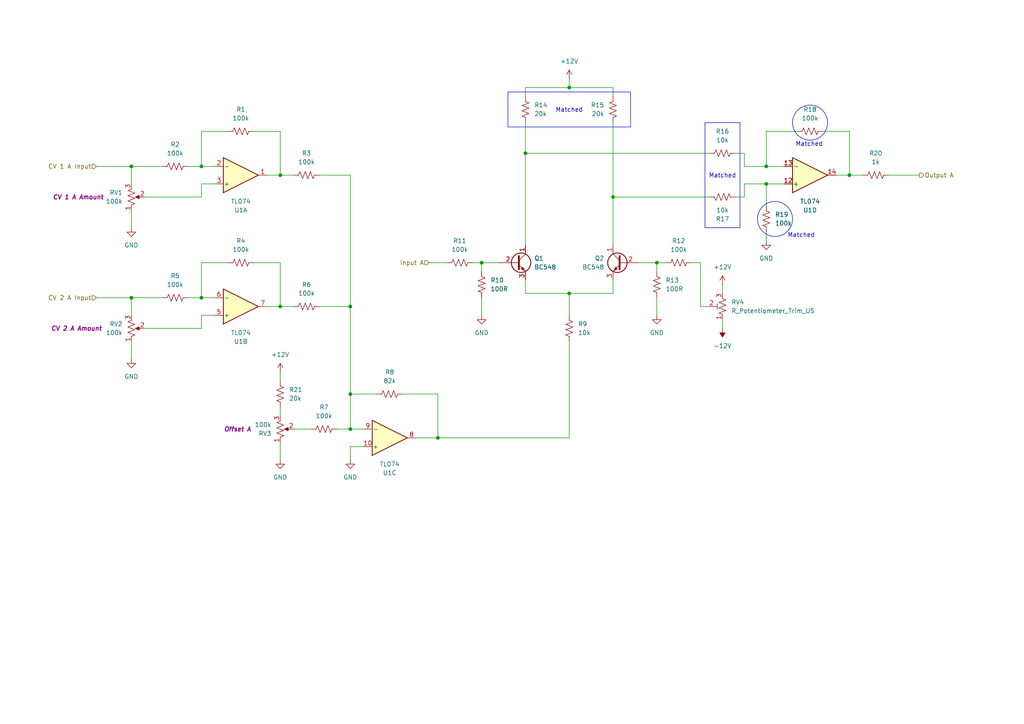
<source format=kicad_sch>
(kicad_sch (version 20231120) (generator "eeschema") (generator_version "8.0")
  (paper "A4")
  (title_block (company "DMH Instruments") (comment 1 "PCB for 5 cm Kosmo format synthesizer module"))
  (lib_symbols
    (symbol "Amplifier_Operational:TL074" (pin_names (offset 0.127))
      (property "Reference" "U" (at 0 5.08 0))
      (property "Value" "TL074" (at 0 -5.08 0))
      (symbol "TL074_1_1"
        (polyline (pts (xy -5.08 5.08) (xy 5.08 0) (xy -5.08 -5.08) (xy -5.08 5.08)) (stroke (width 0.254)) (fill (type background)))
        (pin output line (at 7.62 0 180) (length 2.54) (name "~") (number "1"))
        (pin input line (at -7.62 -2.54 0) (length 2.54) (name "-") (number "2"))
        (pin input line (at -7.62 2.54 0) (length 2.54) (name "+") (number "3"))
      )
      (symbol "TL074_2_1"
        (polyline (pts (xy -5.08 5.08) (xy 5.08 0) (xy -5.08 -5.08) (xy -5.08 5.08)) (stroke (width 0.254)) (fill (type background)))
        (pin input line (at -7.62 2.54 0) (length 2.54) (name "+") (number "5"))
        (pin input line (at -7.62 -2.54 0) (length 2.54) (name "-") (number "6"))
        (pin output line (at 7.62 0 180) (length 2.54) (name "~") (number "7"))
      )
      (symbol "TL074_3_1"
        (polyline (pts (xy -5.08 5.08) (xy 5.08 0) (xy -5.08 -5.08) (xy -5.08 5.08)) (stroke (width 0.254)) (fill (type background)))
        (pin input line (at -7.62 2.54 0) (length 2.54) (name "+") (number "10"))
        (pin output line (at 7.62 0 180) (length 2.54) (name "~") (number "8"))
        (pin input line (at -7.62 -2.54 0) (length 2.54) (name "-") (number "9"))
      )
      (symbol "TL074_4_1"
        (polyline (pts (xy -5.08 5.08) (xy 5.08 0) (xy -5.08 -5.08) (xy -5.08 5.08)) (stroke (width 0.254)) (fill (type background)))
        (pin input line (at -7.62 2.54 0) (length 2.54) (name "+") (number "12"))
        (pin input line (at -7.62 -2.54 0) (length 2.54) (name "-") (number "13"))
        (pin output line (at 7.62 0 180) (length 2.54) (name "~") (number "14"))
      )
      (symbol "TL074_5_1"
        (pin power_in line (at -2.54 -7.62 90) (length 3.81) (name "V-") (number "11"))
        (pin power_in line (at -2.54 7.62 270) (length 3.81) (name "V+") (number "4"))
      )
    )
    (symbol "Device:R_Potentiometer_Trim_US" (pin_names (offset 1.016) hide)
      (property "Reference" "RV" (at -4.445 0 90))
      (property "Value" "R_Potentiometer_Trim_US" (at -2.54 0 90))
      (symbol "R_Potentiometer_Trim_US_0_1"
        (polyline (pts (xy 0 -2.286) (xy 0 -2.54)))
        (polyline (pts (xy 0 2.286) (xy 0 2.54)))
        (polyline (pts (xy 1.524 0.762) (xy 1.524 -0.762)))
        (polyline (pts (xy 2.54 0) (xy 1.524 0)))
        (polyline (pts (xy 0 -0.762) (xy 1.016 -1.143) (xy 0 -1.524) (xy -1.016 -1.905) (xy 0 -2.286)))
        (polyline (pts (xy 0 0.762) (xy 1.016 0.381) (xy 0 0) (xy -1.016 -0.381) (xy 0 -0.762)))
        (polyline (pts (xy 0 2.286) (xy 1.016 1.905) (xy 0 1.524) (xy -1.016 1.143) (xy 0 0.762)))
      )
      (symbol "R_Potentiometer_Trim_US_1_1"
        (pin passive line (at 0 3.81 270) (length 1.27) (name "1") (number "1"))
        (pin passive line (at 3.81 0 180) (length 1.27) (name "2") (number "2"))
        (pin passive line (at 0 -3.81 90) (length 1.27) (name "3") (number "3"))
      )
    )
    (symbol "Device:R_Potentiometer_US" (pin_names (offset 1.016) hide)
      (property "Reference" "RV" (at -4.445 0 90))
      (property "Value" "R_Potentiometer_US" (at -2.54 0 90))
      (symbol "R_Potentiometer_US_0_1"
        (polyline (pts (xy 0 -2.286) (xy 0 -2.54)))
        (polyline (pts (xy 0 2.54) (xy 0 2.286)))
        (polyline (pts (xy 2.54 0) (xy 1.524 0)))
        (polyline (pts (xy 1.143 0) (xy 2.286 0.508) (xy 2.286 -0.508) (xy 1.143 0)) (fill (type outline)))
        (polyline (pts (xy 0 -0.762) (xy 1.016 -1.143) (xy 0 -1.524) (xy -1.016 -1.905) (xy 0 -2.286)))
        (polyline (pts (xy 0 0.762) (xy 1.016 0.381) (xy 0 0) (xy -1.016 -0.381) (xy 0 -0.762)))
        (polyline (pts (xy 0 2.286) (xy 1.016 1.905) (xy 0 1.524) (xy -1.016 1.143) (xy 0 0.762)))
      )
      (symbol "R_Potentiometer_US_1_1"
        (pin passive line (at 0 3.81 270) (length 1.27) (name "1") (number "1"))
        (pin passive line (at 3.81 0 180) (length 1.27) (name "2") (number "2"))
        (pin passive line (at 0 -3.81 90) (length 1.27) (name "3") (number "3"))
      )
    )
    (symbol "Device:R_US" (pin_numbers hide) (pin_names (offset 0))
      (property "Reference" "R" (at 2.54 0 90))
      (property "Value" "R_US" (at -2.54 0 90))
      (symbol "R_US_0_1"
        (polyline (pts (xy 0 -2.286) (xy 0 -2.54)))
        (polyline (pts (xy 0 2.286) (xy 0 2.54)))
        (polyline (pts (xy 0 -0.762) (xy 1.016 -1.143) (xy 0 -1.524) (xy -1.016 -1.905) (xy 0 -2.286)))
        (polyline (pts (xy 0 0.762) (xy 1.016 0.381) (xy 0 0) (xy -1.016 -0.381) (xy 0 -0.762)))
        (polyline (pts (xy 0 2.286) (xy 1.016 1.905) (xy 0 1.524) (xy -1.016 1.143) (xy 0 0.762)))
      )
      (symbol "R_US_1_1"
        (pin passive line (at 0 3.81 270) (length 1.27) (name "~") (number "1"))
        (pin passive line (at 0 -3.81 90) (length 1.27) (name "~") (number "2"))
      )
    )
    (symbol "Transistor_BJT:BC548" (pin_names (offset 0) hide)
      (property "Reference" "Q" (at 5.08 1.905 0))
      (property "Value" "BC548" (at 5.08 0 0))
      (symbol "BC548_0_1"
        (polyline (pts (xy 0 0) (xy 0.635 0)))
        (polyline (pts (xy 0.635 0.635) (xy 2.54 2.54)))
        (polyline (pts (xy 0.635 -0.635) (xy 2.54 -2.54) (xy 2.54 -2.54)))
        (polyline (pts (xy 0.635 1.905) (xy 0.635 -1.905) (xy 0.635 -1.905)) (stroke (width 0.508)))
        (polyline (pts (xy 1.27 -1.778) (xy 1.778 -1.27) (xy 2.286 -2.286) (xy 1.27 -1.778) (xy 1.27 -1.778)) (fill (type outline)))
        (circle (center 1.27 0) (radius 2.8194) (stroke (width 0.254)))
      )
      (symbol "BC548_1_1"
        (pin passive line (at 2.54 5.08 270) (length 2.54) (name "C") (number "1"))
        (pin input line (at -5.08 0 0) (length 5.08) (name "B") (number "2"))
        (pin passive line (at 2.54 -5.08 90) (length 2.54) (name "E") (number "3"))
      )
    )
    (symbol "power:+12V" (power) (pin_numbers hide) (pin_names (offset 0) hide)
      (property "Value" "+12V" (at 0 3.556 0))
      (symbol "+12V_0_1"
        (polyline (pts (xy -0.762 1.27) (xy 0 2.54)))
        (polyline (pts (xy 0 0) (xy 0 2.54)))
        (polyline (pts (xy 0 2.54) (xy 0.762 1.27)))
      )
      (symbol "+12V_1_1"
        (pin power_in line (at 0 0 90) (length 0) (name "~") (number "1"))
      )
    )
    (symbol "power:-12V" (power) (pin_numbers hide) (pin_names (offset 0) hide)
      (property "Value" "-12V" (at 0 3.556 0))
      (symbol "-12V_0_0"
        (pin power_in line (at 0 0 90) (length 0) (name "~") (number "1"))
      )
      (symbol "-12V_0_1"
        (polyline (pts (xy 0 0) (xy 0 1.27) (xy 0.762 1.27) (xy 0 2.54) (xy -0.762 1.27) (xy 0 1.27)) (fill (type outline)))
      )
    )
    (symbol "power:GND" (power) (pin_numbers hide) (pin_names (offset 0) hide)
      (property "Value" "GND" (at 0 -3.81 0))
      (symbol "GND_0_1"
        (polyline (pts (xy 0 0) (xy 0 -1.27) (xy 1.27 -1.27) (xy 0 -2.54) (xy -1.27 -1.27) (xy 0 -1.27)))
      )
      (symbol "GND_1_1"
        (pin power_in line (at 0 0 270) (length 0) (name "~") (number "1"))
      )
    )
  )
  (junction (at 222.25 53.34))
  (junction (at 101.6 124.46))
  (junction (at 246.38 50.8))
  (junction (at 127 127))
  (junction (at 165.1 85.09))
  (junction (at 101.6 114.3))
  (junction (at 139.7 76.2))
  (junction (at 222.25 48.26))
  (junction (at 38.1 86.36))
  (junction (at 38.1 48.26))
  (junction (at 58.42 48.26))
  (junction (at 177.8 57.15))
  (junction (at 81.28 88.9))
  (junction (at 165.1 25.4))
  (junction (at 81.28 50.8))
  (junction (at 190.5 76.2))
  (junction (at 101.6 88.9))
  (junction (at 152.4 44.45))
  (junction (at 58.42 86.36))
  (wire (pts (xy 152.4 85.09) (xy 165.1 85.09)))
  (wire (pts (xy 152.4 44.45) (xy 205.74 44.45)))
  (wire (pts (xy 152.4 81.28) (xy 152.4 85.09)))
  (wire (pts (xy 165.1 85.09) (xy 165.1 91.44)))
  (wire (pts (xy 27.94 86.36) (xy 38.1 86.36)))
  (wire (pts (xy 139.7 86.36) (xy 139.7 91.44)))
  (wire (pts (xy 81.28 128.27) (xy 81.28 133.35)))
  (wire (pts (xy 152.4 27.94) (xy 152.4 25.4)))
  (wire (pts (xy 177.8 57.15) (xy 205.74 57.15)))
  (wire (pts (xy 165.1 25.4) (xy 165.1 22.86)))
  (wire (pts (xy 238.76 38.1) (xy 246.38 38.1)))
  (wire (pts (xy 177.8 57.15) (xy 177.8 71.12)))
  (wire (pts (xy 38.1 86.36) (xy 46.99 86.36)))
  (wire (pts (xy 215.9 44.45) (xy 215.9 48.26)))
  (wire (pts (xy 97.79 124.46) (xy 101.6 124.46)))
  (wire (pts (xy 209.55 82.55) (xy 209.55 85.09)))
  (wire (pts (xy 124.46 76.2) (xy 129.54 76.2)))
  (wire (pts (xy 139.7 76.2) (xy 144.78 76.2)))
  (wire (pts (xy 152.4 44.45) (xy 152.4 71.12)))
  (wire (pts (xy 105.41 129.54) (xy 101.6 129.54)))
  (wire (pts (xy 58.42 53.34) (xy 62.23 53.34)))
  (wire (pts (xy 101.6 114.3) (xy 101.6 124.46)))
  (wire (pts (xy 58.42 48.26) (xy 62.23 48.26)))
  (wire (pts (xy 215.9 57.15) (xy 215.9 53.34)))
  (wire (pts (xy 81.28 38.1) (xy 81.28 50.8)))
  (wire (pts (xy 58.42 91.44) (xy 62.23 91.44)))
  (wire (pts (xy 73.66 38.1) (xy 81.28 38.1)))
  (wire (pts (xy 222.25 67.31) (xy 222.25 69.85)))
  (wire (pts (xy 58.42 76.2) (xy 58.42 86.36)))
  (wire (pts (xy 81.28 76.2) (xy 81.28 88.9)))
  (wire (pts (xy 58.42 38.1) (xy 58.42 48.26)))
  (wire (pts (xy 27.94 48.26) (xy 38.1 48.26)))
  (wire (pts (xy 257.81 50.8) (xy 266.7 50.8)))
  (wire (pts (xy 81.28 118.11) (xy 81.28 120.65)))
  (wire (pts (xy 58.42 86.36) (xy 62.23 86.36)))
  (wire (pts (xy 41.91 57.15) (xy 58.42 57.15)))
  (wire (pts (xy 190.5 86.36) (xy 190.5 91.44)))
  (wire (pts (xy 58.42 95.25) (xy 58.42 91.44)))
  (wire (pts (xy 246.38 50.8) (xy 250.19 50.8)))
  (wire (pts (xy 215.9 53.34) (xy 222.25 53.34)))
  (wire (pts (xy 177.8 85.09) (xy 165.1 85.09)))
  (wire (pts (xy 58.42 57.15) (xy 58.42 53.34)))
  (wire (pts (xy 222.25 53.34) (xy 227.33 53.34)))
  (wire (pts (xy 215.9 48.26) (xy 222.25 48.26)))
  (wire (pts (xy 127 114.3) (xy 127 127)))
  (wire (pts (xy 92.71 50.8) (xy 101.6 50.8)))
  (wire (pts (xy 203.2 76.2) (xy 203.2 88.9)))
  (wire (pts (xy 38.1 99.06) (xy 38.1 104.14)))
  (wire (pts (xy 139.7 76.2) (xy 139.7 78.74)))
  (wire (pts (xy 246.38 38.1) (xy 246.38 50.8)))
  (wire (pts (xy 81.28 50.8) (xy 77.47 50.8)))
  (wire (pts (xy 101.6 129.54) (xy 101.6 133.35)))
  (wire (pts (xy 137.16 76.2) (xy 139.7 76.2)))
  (wire (pts (xy 109.22 114.3) (xy 101.6 114.3)))
  (wire (pts (xy 38.1 91.44) (xy 38.1 86.36)))
  (wire (pts (xy 38.1 60.96) (xy 38.1 66.04)))
  (wire (pts (xy 101.6 124.46) (xy 105.41 124.46)))
  (wire (pts (xy 41.91 95.25) (xy 58.42 95.25)))
  (wire (pts (xy 242.57 50.8) (xy 246.38 50.8)))
  (wire (pts (xy 200.66 76.2) (xy 203.2 76.2)))
  (wire (pts (xy 116.84 114.3) (xy 127 114.3)))
  (wire (pts (xy 177.8 81.28) (xy 177.8 85.09)))
  (wire (pts (xy 81.28 88.9) (xy 85.09 88.9)))
  (wire (pts (xy 177.8 27.94) (xy 177.8 25.4)))
  (wire (pts (xy 127 127) (xy 165.1 127)))
  (wire (pts (xy 81.28 88.9) (xy 77.47 88.9)))
  (wire (pts (xy 152.4 25.4) (xy 165.1 25.4)))
  (wire (pts (xy 66.04 38.1) (xy 58.42 38.1)))
  (wire (pts (xy 66.04 76.2) (xy 58.42 76.2)))
  (wire (pts (xy 185.42 76.2) (xy 190.5 76.2)))
  (wire (pts (xy 222.25 53.34) (xy 222.25 59.69)))
  (wire (pts (xy 85.09 124.46) (xy 90.17 124.46)))
  (wire (pts (xy 81.28 107.95) (xy 81.28 110.49)))
  (wire (pts (xy 54.61 48.26) (xy 58.42 48.26)))
  (wire (pts (xy 222.25 48.26) (xy 227.33 48.26)))
  (wire (pts (xy 101.6 88.9) (xy 101.6 114.3)))
  (wire (pts (xy 165.1 127) (xy 165.1 99.06)))
  (wire (pts (xy 203.2 88.9) (xy 205.74 88.9)))
  (wire (pts (xy 73.66 76.2) (xy 81.28 76.2)))
  (wire (pts (xy 38.1 53.34) (xy 38.1 48.26)))
  (wire (pts (xy 101.6 50.8) (xy 101.6 88.9)))
  (wire (pts (xy 213.36 57.15) (xy 215.9 57.15)))
  (wire (pts (xy 120.65 127) (xy 127 127)))
  (wire (pts (xy 209.55 92.71) (xy 209.55 95.25)))
  (wire (pts (xy 177.8 35.56) (xy 177.8 57.15)))
  (wire (pts (xy 81.28 50.8) (xy 85.09 50.8)))
  (wire (pts (xy 190.5 76.2) (xy 193.04 76.2)))
  (wire (pts (xy 92.71 88.9) (xy 101.6 88.9)))
  (wire (pts (xy 38.1 48.26) (xy 46.99 48.26)))
  (wire (pts (xy 54.61 86.36) (xy 58.42 86.36)))
  (wire (pts (xy 222.25 38.1) (xy 222.25 48.26)))
  (wire (pts (xy 177.8 25.4) (xy 165.1 25.4)))
  (wire (pts (xy 152.4 35.56) (xy 152.4 44.45)))
  (wire (pts (xy 213.36 44.45) (xy 215.9 44.45)))
  (wire (pts (xy 231.14 38.1) (xy 222.25 38.1)))
  (wire (pts (xy 190.5 76.2) (xy 190.5 78.74)))
  (rectangle (start 147.32 26.67) (end 182.88 36.83))
  (circle (center 234.95 35.56) (radius 5.08))
  (rectangle (start 204.47 35.56) (end 214.63 66.04))
  (circle (center 224.79 63.5) (radius 5.08))
  (text "Matched" (at 209.55 51.054 0) (effects (font (size 1.27 1.27))))
  (text "Matched" (at 234.696 41.91 0) (effects (font (size 1.27 1.27))))
  (text "Matched" (at 165.1 32.004 0) (effects (font (size 1.27 1.27))))
  (text "Matched" (at 232.41 68.326 0) (effects (font (size 1.27 1.27))))
  (hierarchical_label "CV 1 A Input" (shape input) (at 27.94 48.26 180))
  (hierarchical_label "CV 2 A Input" (shape input) (at 27.94 86.36 180))
  (hierarchical_label "Output A" (shape output) (at 266.7 50.8 0))
  (hierarchical_label "Input A" (shape input) (at 124.46 76.2 180))
  (symbol (lib_id "Device:R_US") (at 254 50.8 270) (unit 1)
    (property "Reference" "R20" (at 254 44.45 90))
    (property "Value" "1k" (at 254 46.99 90))
    (property "Footprint" "Resistor_THT:R_Axial_DIN0207_L6.3mm_D2.5mm_P7.62mm_Horizontal" (effects (hide yes)))
    (property "Description" "Resistor, US symbol" (effects (hide yes)))
  )
  (symbol (lib_id "Device:R_US") (at 234.95 38.1 270) (unit 1)
    (property "Reference" "R18" (at 234.95 31.75 90))
    (property "Value" "100k" (at 234.95 34.29 90))
    (property "Footprint" "Resistor_THT:R_Axial_DIN0207_L6.3mm_D2.5mm_P7.62mm_Horizontal" (effects (hide yes)))
    (property "Description" "Resistor, US symbol" (effects (hide yes)))
  )
  (symbol (lib_id "Device:R_US") (at 133.35 76.2 270) (unit 1)
    (property "Reference" "R11" (at 133.35 69.85 90))
    (property "Value" "100k" (at 133.35 72.39 90))
    (property "Footprint" "Resistor_THT:R_Axial_DIN0207_L6.3mm_D2.5mm_P7.62mm_Horizontal" (effects (hide yes)))
    (property "Description" "Resistor, US symbol" (effects (hide yes)))
  )
  (symbol (lib_id "Device:R_US") (at 113.03 114.3 90) (unit 1)
    (property "Reference" "R8" (at 113.03 107.95 90))
    (property "Value" "82k" (at 113.03 110.49 90))
    (property "Footprint" "Resistor_THT:R_Axial_DIN0207_L6.3mm_D2.5mm_P7.62mm_Horizontal" (effects (hide yes)))
    (property "Description" "Resistor, US symbol" (effects (hide yes)))
  )
  (symbol (lib_id "power:+12V") (at 165.1 22.86 0) (unit 1)
    (property "Reference" "#PWR019" (effects (hide yes)))
    (property "Value" "+12V" (at 165.1 17.78 0))
    (property "Description" "Power symbol creates a global label with name \"+12V\"" (effects (hide yes)))
  )
  (symbol (lib_id "power:GND") (at 222.25 69.85 0) (unit 1)
    (property "Reference" "#PWR020" (effects (hide yes)))
    (property "Value" "GND" (at 222.25 74.93 0))
    (property "Description" "Power symbol creates a global label with name \"GND\" , ground" (effects (hide yes)))
  )
  (symbol (lib_id "power:GND") (at 190.5 91.44 0) (unit 1)
    (property "Reference" "#PWR010" (effects (hide yes)))
    (property "Value" "GND" (at 190.5 96.52 0))
    (property "Description" "Power symbol creates a global label with name \"GND\" , ground" (effects (hide yes)))
  )
  (symbol (lib_id "Device:R_US") (at 139.7 82.55 180) (unit 1)
    (property "Reference" "R10" (at 142.24 81.2799 0) (effects (justify right)))
    (property "Value" "100R" (at 142.24 83.8199 0) (effects (justify right)))
    (property "Footprint" "Resistor_THT:R_Axial_DIN0207_L6.3mm_D2.5mm_P7.62mm_Horizontal" (effects (hide yes)))
    (property "Description" "Resistor, US symbol" (effects (hide yes)))
  )
  (symbol (lib_id "Device:R_Potentiometer_US") (at 38.1 57.15 0) (mirror x) (unit 1)
    (property "Reference" "RV1" (at 35.56 55.8799 0) (effects (justify right)))
    (property "Value" "100k" (at 35.56 58.4199 0) (effects (justify right)))
    (property "Footprint" "SynthStuff:Potentiometer_TT_P110KH1" (effects (hide yes)))
    (property "Description" "Potentiometer, US symbol" (effects (hide yes)))
    (property "Function" "CV 1 A Amount" (at 22.606 57.15 0) (effects (font (thickness 0.254) (bold yes) (italic yes))))
  )
  (symbol (lib_id "Device:R_US") (at 209.55 57.15 270) (mirror x) (unit 1)
    (property "Reference" "R17" (at 209.55 63.5 90))
    (property "Value" "10k" (at 209.55 60.96 90))
    (property "Footprint" "Resistor_THT:R_Axial_DIN0207_L6.3mm_D2.5mm_P7.62mm_Horizontal" (effects (hide yes)))
    (property "Description" "Resistor, US symbol" (effects (hide yes)))
  )
  (symbol (lib_id "Device:R_US") (at 88.9 88.9 90) (unit 1)
    (property "Reference" "R6" (at 88.9 82.55 90))
    (property "Value" "100k" (at 88.9 85.09 90))
    (property "Footprint" "Resistor_THT:R_Axial_DIN0207_L6.3mm_D2.5mm_P7.62mm_Horizontal" (effects (hide yes)))
    (property "Description" "Resistor, US symbol" (effects (hide yes)))
  )
  (symbol (lib_id "Device:R_US") (at 88.9 50.8 90) (unit 1)
    (property "Reference" "R3" (at 88.9 44.45 90))
    (property "Value" "100k" (at 88.9 46.99 90))
    (property "Footprint" "Resistor_THT:R_Axial_DIN0207_L6.3mm_D2.5mm_P7.62mm_Horizontal" (effects (hide yes)))
    (property "Description" "Resistor, US symbol" (effects (hide yes)))
  )
  (symbol (lib_id "power:+12V") (at 209.55 82.55 0) (unit 1)
    (property "Reference" "#PWR011" (effects (hide yes)))
    (property "Value" "+12V" (at 209.55 77.47 0))
    (property "Description" "Power symbol creates a global label with name \"+12V\"" (effects (hide yes)))
  )
  (symbol (lib_id "Transistor_BJT:BC548") (at 180.34 76.2 0) (mirror y) (unit 1)
    (property "Reference" "Q2" (at 175.26 74.9299 0) (effects (justify left)))
    (property "Value" "BC548" (at 175.26 77.4699 0) (effects (justify left)))
    (property "Footprint" "Package_TO_SOT_THT:TO-92_Inline" (effects (hide yes)))
    (property "Datasheet" "https://www.onsemi.com/pub/Collateral/BC550-D.pdf" (effects (hide yes)))
    (property "Description" "0.1A Ic, 30V Vce, Small Signal NPN Transistor, TO-92" (effects (hide yes)))
  )
  (symbol (lib_id "Device:R_Potentiometer_US") (at 81.28 124.46 0) (mirror x) (unit 1)
    (property "Reference" "RV3" (at 78.74 125.7301 0) (effects (justify right)))
    (property "Value" "100k" (at 78.74 123.1901 0) (effects (justify right)))
    (property "Footprint" "SynthStuff:Potentiometer_Alpha_RD901F-40-00D_Single_Vertical" (effects (hide yes)))
    (property "Description" "Potentiometer, US symbol" (effects (hide yes)))
    (property "Function" "Offset A" (at 68.834 124.46 0) (effects (font (thickness 0.254) (bold yes) (italic yes))))
  )
  (symbol (lib_id "power:+12V") (at 81.28 107.95 0) (unit 1)
    (property "Reference" "#PWR04" (effects (hide yes)))
    (property "Value" "+12V" (at 81.28 102.87 0))
    (property "Description" "Power symbol creates a global label with name \"+12V\"" (effects (hide yes)))
  )
  (symbol (lib_id "Device:R_US") (at 93.98 124.46 90) (unit 1)
    (property "Reference" "R7" (at 93.98 118.11 90))
    (property "Value" "100k" (at 93.98 120.65 90))
    (property "Footprint" "Resistor_THT:R_Axial_DIN0207_L6.3mm_D2.5mm_P7.62mm_Horizontal" (effects (hide yes)))
    (property "Description" "Resistor, US symbol" (effects (hide yes)))
  )
  (symbol (lib_id "Device:R_US") (at 177.8 31.75 0) (mirror x) (unit 1)
    (property "Reference" "R15" (at 175.26 30.4799 0) (effects (justify right)))
    (property "Value" "20k" (at 175.26 33.0199 0) (effects (justify right)))
    (property "Footprint" "Resistor_THT:R_Axial_DIN0207_L6.3mm_D2.5mm_P7.62mm_Horizontal" (effects (hide yes)))
    (property "Description" "Resistor, US symbol" (effects (hide yes)))
  )
  (symbol (lib_id "power:GND") (at 38.1 66.04 0) (unit 1)
    (property "Reference" "#PWR01" (effects (hide yes)))
    (property "Value" "GND" (at 38.1 71.12 0))
    (property "Description" "Power symbol creates a global label with name \"GND\" , ground" (effects (hide yes)))
  )
  (symbol (lib_id "Device:R_US") (at 165.1 95.25 180) (unit 1)
    (property "Reference" "R9" (at 167.64 93.9799 0) (effects (justify right)))
    (property "Value" "10k" (at 167.64 96.5199 0) (effects (justify right)))
    (property "Footprint" "Resistor_THT:R_Axial_DIN0207_L6.3mm_D2.5mm_P7.62mm_Horizontal" (effects (hide yes)))
    (property "Description" "Resistor, US symbol" (effects (hide yes)))
  )
  (symbol (lib_id "Device:R_US") (at 69.85 38.1 90) (unit 1)
    (property "Reference" "R1" (at 69.85 31.75 90))
    (property "Value" "100k" (at 69.85 34.29 90))
    (property "Footprint" "Resistor_THT:R_Axial_DIN0207_L6.3mm_D2.5mm_P7.62mm_Horizontal" (effects (hide yes)))
    (property "Description" "Resistor, US symbol" (effects (hide yes)))
  )
  (symbol (lib_id "Device:R_US") (at 190.5 82.55 180) (unit 1)
    (property "Reference" "R13" (at 193.04 81.2799 0) (effects (justify right)))
    (property "Value" "100R" (at 193.04 83.8199 0) (effects (justify right)))
    (property "Footprint" "Resistor_THT:R_Axial_DIN0207_L6.3mm_D2.5mm_P7.62mm_Horizontal" (effects (hide yes)))
    (property "Description" "Resistor, US symbol" (effects (hide yes)))
  )
  (symbol (lib_id "Amplifier_Operational:TL074") (at 69.85 50.8 0) (mirror x) (unit 1)
    (property "Reference" "U1" (at 69.85 60.96 0))
    (property "Value" "TL074" (at 69.85 58.42 0))
    (property "Footprint" "Package_DIP:DIP-14_W7.62mm_Socket" (effects (hide yes)))
    (property "Datasheet" "http://www.ti.com/lit/ds/symlink/tl071.pdf" (effects (hide yes)))
    (property "Description" "Quad Low-Noise JFET-Input Operational Amplifiers, DIP-14/SOIC-14" (effects (hide yes)))
  )
  (symbol (lib_id "Amplifier_Operational:TL074") (at 234.95 50.8 0) (mirror x) (unit 4)
    (property "Reference" "U1" (at 234.95 60.96 0))
    (property "Value" "TL074" (at 234.95 58.42 0))
    (property "Footprint" "Package_DIP:DIP-14_W7.62mm_Socket" (effects (hide yes)))
    (property "Datasheet" "http://www.ti.com/lit/ds/symlink/tl071.pdf" (effects (hide yes)))
    (property "Description" "Quad Low-Noise JFET-Input Operational Amplifiers, DIP-14/SOIC-14" (effects (hide yes)))
  )
  (symbol (lib_id "Device:R_Potentiometer_US") (at 38.1 95.25 0) (mirror x) (unit 1)
    (property "Reference" "RV2" (at 35.56 93.9799 0) (effects (justify right)))
    (property "Value" "100k" (at 35.56 96.5199 0) (effects (justify right)))
    (property "Footprint" "SynthStuff:Potentiometer_TT_P110KH1" (effects (hide yes)))
    (property "Description" "Potentiometer, US symbol" (effects (hide yes)))
    (property "Function" "CV 2 A Amount" (at 22.098 95.25 0) (effects (font (thickness 0.254) (bold yes) (italic yes))))
  )
  (symbol (lib_id "Amplifier_Operational:TL074") (at 69.85 88.9 0) (mirror x) (unit 2)
    (property "Reference" "U1" (at 69.85 99.06 0))
    (property "Value" "TL074" (at 69.85 96.52 0))
    (property "Footprint" "Package_DIP:DIP-14_W7.62mm_Socket" (effects (hide yes)))
    (property "Datasheet" "http://www.ti.com/lit/ds/symlink/tl071.pdf" (effects (hide yes)))
    (property "Description" "Quad Low-Noise JFET-Input Operational Amplifiers, DIP-14/SOIC-14" (effects (hide yes)))
  )
  (symbol (lib_id "Device:R_Potentiometer_Trim_US") (at 209.55 88.9 180) (unit 1)
    (property "Reference" "RV4" (at 212.09 87.6299 0) (effects (justify right)))
    (property "Value" "R_Potentiometer_Trim_US" (at 212.09 90.1699 0) (effects (justify right)))
    (property "Footprint" "Potentiometer_THT:Potentiometer_Bourns_3296W_Vertical" (effects (hide yes)))
    (property "Description" "Trim-potentiometer, US symbol" (effects (hide yes)))
  )
  (symbol (lib_id "Device:R_US") (at 50.8 48.26 90) (unit 1)
    (property "Reference" "R2" (at 50.8 41.91 90))
    (property "Value" "100k" (at 50.8 44.45 90))
    (property "Footprint" "Resistor_THT:R_Axial_DIN0207_L6.3mm_D2.5mm_P7.62mm_Horizontal" (effects (hide yes)))
    (property "Description" "Resistor, US symbol" (effects (hide yes)))
  )
  (symbol (lib_id "Transistor_BJT:BC548") (at 149.86 76.2 0) (unit 1)
    (property "Reference" "Q1" (at 154.94 74.9299 0) (effects (justify left)))
    (property "Value" "BC548" (at 154.94 77.4699 0) (effects (justify left)))
    (property "Footprint" "Package_TO_SOT_THT:TO-92L_Inline_Wide" (effects (hide yes)))
    (property "Datasheet" "https://www.onsemi.com/pub/Collateral/BC550-D.pdf" (effects (hide yes)))
    (property "Description" "0.1A Ic, 30V Vce, Small Signal NPN Transistor, TO-92" (effects (hide yes)))
  )
  (symbol (lib_id "Device:R_US") (at 196.85 76.2 270) (unit 1)
    (property "Reference" "R12" (at 196.85 69.85 90))
    (property "Value" "100k" (at 196.85 72.39 90))
    (property "Footprint" "Resistor_THT:R_Axial_DIN0207_L6.3mm_D2.5mm_P7.62mm_Horizontal" (effects (hide yes)))
    (property "Description" "Resistor, US symbol" (effects (hide yes)))
  )
  (symbol (lib_id "Device:R_US") (at 222.25 63.5 0) (unit 1)
    (property "Reference" "R19" (at 224.79 62.2299 0) (effects (justify left)))
    (property "Value" "100k" (at 224.79 64.7699 0) (effects (justify left)))
    (property "Footprint" "Resistor_THT:R_Axial_DIN0207_L6.3mm_D2.5mm_P7.62mm_Horizontal" (effects (hide yes)))
    (property "Description" "Resistor, US symbol" (effects (hide yes)))
  )
  (symbol (lib_id "power:-12V") (at 209.55 95.25 180) (unit 1)
    (property "Reference" "#PWR012" (effects (hide yes)))
    (property "Value" "-12V" (at 209.55 100.33 0))
    (property "Description" "Power symbol creates a global label with name \"-12V\"" (effects (hide yes)))
  )
  (symbol (lib_id "Device:R_US") (at 81.28 114.3 180) (unit 1)
    (property "Reference" "R21" (at 83.82 113.0299 0) (effects (justify right)))
    (property "Value" "20k" (at 83.82 115.5699 0) (effects (justify right)))
    (property "Footprint" "Resistor_THT:R_Axial_DIN0207_L6.3mm_D2.5mm_P7.62mm_Horizontal" (effects (hide yes)))
    (property "Description" "Resistor, US symbol" (effects (hide yes)))
  )
  (symbol (lib_id "Amplifier_Operational:TL074") (at 113.03 127 0) (mirror x) (unit 3)
    (property "Reference" "U1" (at 113.03 137.16 0))
    (property "Value" "TL074" (at 113.03 134.62 0))
    (property "Footprint" "Package_DIP:DIP-14_W7.62mm_Socket" (effects (hide yes)))
    (property "Datasheet" "http://www.ti.com/lit/ds/symlink/tl071.pdf" (effects (hide yes)))
    (property "Description" "Quad Low-Noise JFET-Input Operational Amplifiers, DIP-14/SOIC-14" (effects (hide yes)))
  )
  (symbol (lib_id "power:GND") (at 38.1 104.14 0) (unit 1)
    (property "Reference" "#PWR02" (effects (hide yes)))
    (property "Value" "GND" (at 38.1 109.22 0))
    (property "Description" "Power symbol creates a global label with name \"GND\" , ground" (effects (hide yes)))
  )
  (symbol (lib_id "power:GND") (at 139.7 91.44 0) (unit 1)
    (property "Reference" "#PWR09" (effects (hide yes)))
    (property "Value" "GND" (at 139.7 96.52 0))
    (property "Description" "Power symbol creates a global label with name \"GND\" , ground" (effects (hide yes)))
  )
  (symbol (lib_id "power:GND") (at 81.28 133.35 0) (unit 1)
    (property "Reference" "#PWR03" (effects (hide yes)))
    (property "Value" "GND" (at 81.28 138.43 0))
    (property "Description" "Power symbol creates a global label with name \"GND\" , ground" (effects (hide yes)))
  )
  (symbol (lib_id "Device:R_US") (at 209.55 44.45 270) (unit 1)
    (property "Reference" "R16" (at 209.55 38.1 90))
    (property "Value" "10k" (at 209.55 40.64 90))
    (property "Footprint" "Resistor_THT:R_Axial_DIN0207_L6.3mm_D2.5mm_P7.62mm_Horizontal" (effects (hide yes)))
    (property "Description" "Resistor, US symbol" (effects (hide yes)))
  )
  (symbol (lib_id "Device:R_US") (at 152.4 31.75 180) (unit 1)
    (property "Reference" "R14" (at 154.94 30.4799 0) (effects (justify right)))
    (property "Value" "20k" (at 154.94 33.0199 0) (effects (justify right)))
    (property "Footprint" "Resistor_THT:R_Axial_DIN0207_L6.3mm_D2.5mm_P7.62mm_Horizontal" (effects (hide yes)))
    (property "Description" "Resistor, US symbol" (effects (hide yes)))
  )
  (symbol (lib_id "Device:R_US") (at 50.8 86.36 90) (unit 1)
    (property "Reference" "R5" (at 50.8 80.01 90))
    (property "Value" "100k" (at 50.8 82.55 90))
    (property "Footprint" "Resistor_THT:R_Axial_DIN0207_L6.3mm_D2.5mm_P7.62mm_Horizontal" (effects (hide yes)))
    (property "Description" "Resistor, US symbol" (effects (hide yes)))
  )
  (symbol (lib_id "power:GND") (at 101.6 133.35 0) (unit 1)
    (property "Reference" "#PWR021" (effects (hide yes)))
    (property "Value" "GND" (at 101.6 138.43 0))
    (property "Description" "Power symbol creates a global label with name \"GND\" , ground" (effects (hide yes)))
  )
  (symbol (lib_id "Device:R_US") (at 69.85 76.2 90) (unit 1)
    (property "Reference" "R4" (at 69.85 69.85 90))
    (property "Value" "100k" (at 69.85 72.39 90))
    (property "Footprint" "Resistor_THT:R_Axial_DIN0207_L6.3mm_D2.5mm_P7.62mm_Horizontal" (effects (hide yes)))
    (property "Description" "Resistor, US symbol" (effects (hide yes)))
  )
)
</source>
